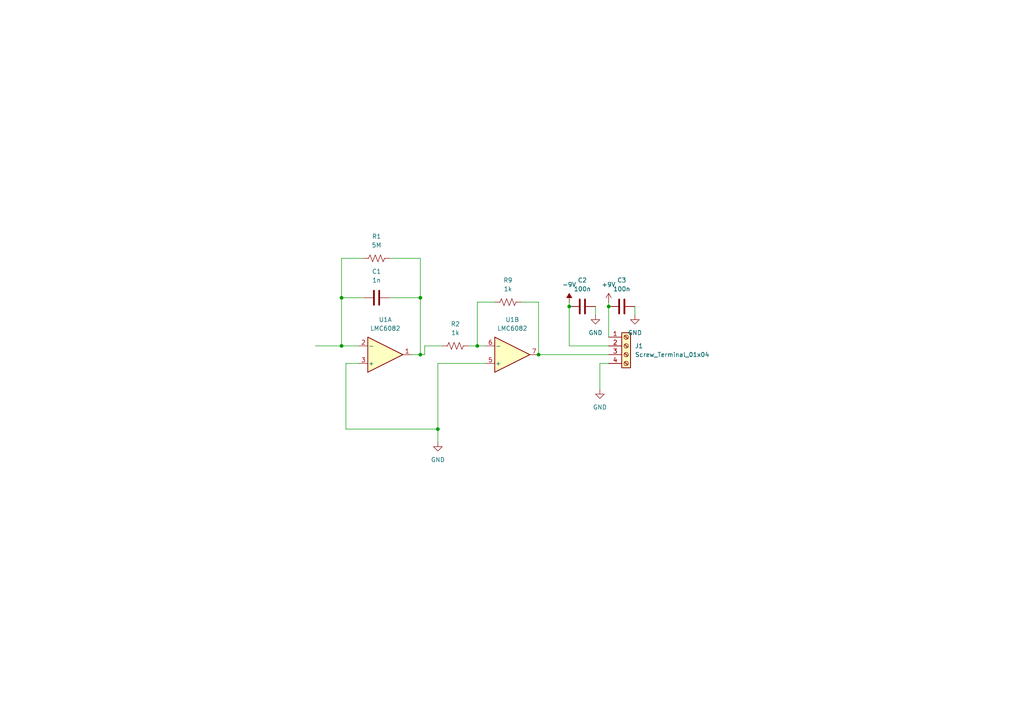
<source format=kicad_sch>
(kicad_sch (version 20250114) (generator "eeschema") (generator_version "9.0")
  (paper "A4")
  (lib_symbols
    (symbol "Amplifier_Operational:LMC6082" (pin_names (offset 0.127))
      (property "Reference" "U" (at 0 5.08 0))
      (property "Value" "LMC6082" (at 0 -5.08 0))
      (symbol "LMC6082_1_1"
        (polyline (pts (xy -5.08 5.08) (xy 5.08 0) (xy -5.08 -5.08) (xy -5.08 5.08)) (stroke (width 0.254)) (fill (type background)))
        (pin input line (at -7.62 2.54 0) (length 2.54) (name "+") (number "3"))
        (pin input line (at -7.62 -2.54 0) (length 2.54) (name "-") (number "2"))
        (pin output line (at 7.62 0 180) (length 2.54) (name "~") (number "1"))
      )
      (symbol "LMC6082_2_1"
        (polyline (pts (xy -5.08 5.08) (xy 5.08 0) (xy -5.08 -5.08) (xy -5.08 5.08)) (stroke (width 0.254)) (fill (type background)))
        (pin input line (at -7.62 2.54 0) (length 2.54) (name "+") (number "5"))
        (pin input line (at -7.62 -2.54 0) (length 2.54) (name "-") (number "6"))
        (pin output line (at 7.62 0 180) (length 2.54) (name "~") (number "7"))
      )
      (symbol "LMC6082_3_1"
        (pin power_in line (at -2.54 7.62 270) (length 3.81) (name "V+") (number "8"))
        (pin power_in line (at -2.54 -7.62 90) (length 3.81) (name "V-") (number "4"))
      )
    )
    (symbol "Connector:Screw_Terminal_01x04" (pin_names (offset 1.016) (hide yes))
      (property "Reference" "J" (at 0 5.08 0))
      (property "Value" "Screw_Terminal_01x04" (at 0 -7.62 0))
      (symbol "Screw_Terminal_01x04_1_1"
        (rectangle (start -1.27 3.81) (end 1.27 -6.35) (stroke (width 0.254)) (fill (type background)))
        (polyline (pts (xy -0.5334 2.8702) (xy 0.3302 2.032)) (stroke (width 0.1524)))
        (polyline (pts (xy -0.5334 0.3302) (xy 0.3302 -0.508)) (stroke (width 0.1524)))
        (polyline (pts (xy -0.5334 -2.2098) (xy 0.3302 -3.048)) (stroke (width 0.1524)))
        (polyline (pts (xy -0.5334 -4.7498) (xy 0.3302 -5.588)) (stroke (width 0.1524)))
        (polyline (pts (xy -0.3556 3.048) (xy 0.508 2.2098)) (stroke (width 0.1524)))
        (polyline (pts (xy -0.3556 0.508) (xy 0.508 -0.3302)) (stroke (width 0.1524)))
        (polyline (pts (xy -0.3556 -2.032) (xy 0.508 -2.8702)) (stroke (width 0.1524)))
        (polyline (pts (xy -0.3556 -4.572) (xy 0.508 -5.4102)) (stroke (width 0.1524)))
        (circle (center 0 2.54) (radius 0.635) (stroke (width 0.1524)))
        (circle (center 0 0) (radius 0.635) (stroke (width 0.1524)))
        (circle (center 0 -2.54) (radius 0.635) (stroke (width 0.1524)))
        (circle (center 0 -5.08) (radius 0.635) (stroke (width 0.1524)))
        (pin passive line (at -5.08 2.54 0) (length 3.81) (name "Pin_1") (number "1"))
        (pin passive line (at -5.08 0 0) (length 3.81) (name "Pin_2") (number "2"))
        (pin passive line (at -5.08 -2.54 0) (length 3.81) (name "Pin_3") (number "3"))
        (pin passive line (at -5.08 -5.08 0) (length 3.81) (name "Pin_4") (number "4"))
      )
    )
    (symbol "Device:C" (pin_numbers (hide yes)) (pin_names (offset 0.254))
      (property "Reference" "C" (at 0.635 2.54 0))
      (property "Value" "C" (at 0.635 -2.54 0))
      (symbol "C_0_1"
        (polyline (pts (xy -2.032 0.762) (xy 2.032 0.762)) (stroke (width 0.508)))
        (polyline (pts (xy -2.032 -0.762) (xy 2.032 -0.762)) (stroke (width 0.508)))
      )
      (symbol "C_1_1"
        (pin passive line (at 0 3.81 270) (length 2.794) (name "~") (number "1"))
        (pin passive line (at 0 -3.81 90) (length 2.794) (name "~") (number "2"))
      )
    )
    (symbol "Device:R_US" (pin_numbers (hide yes)) (pin_names (offset 0))
      (property "Reference" "R" (at 2.54 0 90))
      (property "Value" "R_US" (at -2.54 0 90))
      (symbol "R_US_0_1"
        (polyline (pts (xy 0 2.286) (xy 0 2.54)))
        (polyline (pts (xy 0 2.286) (xy 1.016 1.905) (xy 0 1.524) (xy -1.016 1.143) (xy 0 0.762)))
        (polyline (pts (xy 0 0.762) (xy 1.016 0.381) (xy 0 0) (xy -1.016 -0.381) (xy 0 -0.762)))
        (polyline (pts (xy 0 -0.762) (xy 1.016 -1.143) (xy 0 -1.524) (xy -1.016 -1.905) (xy 0 -2.286)))
        (polyline (pts (xy 0 -2.286) (xy 0 -2.54)))
      )
      (symbol "R_US_1_1"
        (pin passive line (at 0 3.81 270) (length 1.27) (name "~") (number "1"))
        (pin passive line (at 0 -3.81 90) (length 1.27) (name "~") (number "2"))
      )
    )
    (symbol "power:+9V" (power) (pin_numbers (hide yes)) (pin_names (offset 0) (hide yes))
      (property "Value" "+9V" (at 0 3.556 0))
      (symbol "+9V_0_1"
        (polyline (pts (xy -0.762 1.27) (xy 0 2.54)))
        (polyline (pts (xy 0 2.54) (xy 0.762 1.27)))
        (polyline (pts (xy 0 0) (xy 0 2.54)))
      )
      (symbol "+9V_1_1"
        (pin power_in line (at 0 0 90) (length 0) (name "~") (number "1"))
      )
    )
    (symbol "power:-9V" (power) (pin_numbers (hide yes)) (pin_names (offset 0) (hide yes))
      (property "Value" "-9V" (at 0 3.556 0))
      (symbol "-9V_0_1"
        (polyline (pts (xy 0 0) (xy 0 2.54)))
        (polyline (pts (xy 0.762 1.27) (xy -0.762 1.27) (xy 0 2.54) (xy 0.762 1.27)) (fill (type outline)))
      )
      (symbol "-9V_1_1"
        (pin power_in line (at 0 0 90) (length 0) (name "~") (number "1"))
      )
    )
    (symbol "power:GND" (power) (pin_names (offset 0))
      (property "Value" "GND" (at 0 -3.81 0))
      (symbol "GND_0_1"
        (polyline (pts (xy 0 0) (xy 0 -1.27) (xy 1.27 -1.27) (xy 0 -2.54) (xy -1.27 -1.27) (xy 0 -1.27)))
      )
      (symbol "GND_1_1"
        (pin power_in line (at 0 0 270) (length 0) (hide yes) (name "GND") (number "1"))
      )
    )
  )
  (junction (at 99.06 100.33))
  (junction (at 176.53 88.9))
  (junction (at 121.92 86.36))
  (junction (at 121.92 102.87))
  (junction (at 99.06 86.36))
  (junction (at 165.1 88.9))
  (junction (at 138.43 100.33))
  (junction (at 127 124.46))
  (junction (at 156.21 102.87))
  (wire (pts (xy 172.72 88.9) (xy 172.72 91.44)))
  (wire (pts (xy 135.89 100.33) (xy 138.43 100.33)))
  (wire (pts (xy 156.21 102.87) (xy 176.53 102.87)))
  (wire (pts (xy 165.1 87.63) (xy 165.1 88.9)))
  (wire (pts (xy 138.43 87.63) (xy 138.43 100.33)))
  (wire (pts (xy 176.53 100.33) (xy 165.1 100.33)))
  (wire (pts (xy 121.92 86.36) (xy 121.92 102.87)))
  (wire (pts (xy 100.33 124.46) (xy 127 124.46)))
  (wire (pts (xy 121.92 102.87) (xy 123.19 102.87)))
  (wire (pts (xy 151.13 87.63) (xy 156.21 87.63)))
  (wire (pts (xy 119.38 102.87) (xy 121.92 102.87)))
  (wire (pts (xy 123.19 100.33) (xy 123.19 102.87)))
  (wire (pts (xy 113.03 86.36) (xy 121.92 86.36)))
  (wire (pts (xy 99.06 100.33) (xy 104.14 100.33)))
  (wire (pts (xy 138.43 87.63) (xy 143.51 87.63)))
  (wire (pts (xy 127 124.46) (xy 127 128.27)))
  (wire (pts (xy 104.14 105.41) (xy 100.33 105.41)))
  (wire (pts (xy 113.03 74.93) (xy 121.92 74.93)))
  (wire (pts (xy 99.06 100.33) (xy 99.06 86.36)))
  (wire (pts (xy 140.97 105.41) (xy 127 105.41)))
  (wire (pts (xy 121.92 74.93) (xy 121.92 86.36)))
  (wire (pts (xy 176.53 105.41) (xy 173.99 105.41)))
  (wire (pts (xy 99.06 86.36) (xy 105.41 86.36)))
  (wire (pts (xy 127 105.41) (xy 127 124.46)))
  (wire (pts (xy 184.15 88.9) (xy 184.15 91.44)))
  (wire (pts (xy 156.21 102.87) (xy 156.21 87.63)))
  (wire (pts (xy 176.53 88.9) (xy 176.53 97.79)))
  (wire (pts (xy 99.06 86.36) (xy 99.06 74.93)))
  (wire (pts (xy 176.53 87.63) (xy 176.53 88.9)))
  (wire (pts (xy 165.1 88.9) (xy 165.1 100.33)))
  (wire (pts (xy 123.19 100.33) (xy 128.27 100.33)))
  (wire (pts (xy 91.44 100.33) (xy 99.06 100.33)))
  (wire (pts (xy 100.33 105.41) (xy 100.33 124.46)))
  (wire (pts (xy 138.43 100.33) (xy 140.97 100.33)))
  (wire (pts (xy 99.06 74.93) (xy 105.41 74.93)))
  (wire (pts (xy 173.99 105.41) (xy 173.99 113.03)))
  (symbol (lib_id "power:GND") (at 173.99 113.03 0) (unit 1)
    (property "Reference" "#PWR01" (effects (hide yes)))
    (property "Value" "GND" (at 173.99 118.11 0))
  )
  (symbol (lib_id "Device:C") (at 180.34 88.9 90) (unit 1)
    (property "Reference" "C3" (at 180.34 81.28 90))
    (property "Value" "100n" (at 180.34 83.82 90))
    (property "Footprint" "Capacitor_SMD:C_1206_3216Metric_Pad1.33x1.80mm_HandSolder" (effects (hide yes)))
  )
  (symbol (lib_id "power:+9V") (at 176.53 87.63 0) (unit 1)
    (property "Reference" "#PWR08" (effects (hide yes)))
    (property "Value" "+9V" (at 176.53 82.55 0))
    (property "Description" "Power symbol creates a global label with name \"+9V\"" (effects (hide yes)))
  )
  (symbol (lib_id "Device:R_US") (at 109.22 74.93 90) (unit 1)
    (property "Reference" "R1" (at 109.22 68.58 90))
    (property "Value" "5M" (at 109.22 71.12 90))
    (property "Footprint" "Resistor_THT:R_Axial_DIN0204_L3.6mm_D1.6mm_P2.54mm_Vertical" (effects (hide yes)))
  )
  (symbol (lib_id "Device:C") (at 168.91 88.9 90) (unit 1)
    (property "Reference" "C2" (at 168.91 81.28 90))
    (property "Value" "100n" (at 168.91 83.82 90))
    (property "Footprint" "Capacitor_SMD:C_1206_3216Metric_Pad1.33x1.80mm_HandSolder" (effects (hide yes)))
  )
  (symbol (lib_id "Amplifier_Operational:LMC6082") (at 111.76 102.87 0) (mirror x) (unit 1)
    (property "Reference" "U1" (at 111.76 92.71 0))
    (property "Value" "LMC6082" (at 111.76 95.25 0))
    (property "Footprint" "Package_DIP:DIP-8_W7.62mm" (effects (hide yes)))
    (property "Datasheet" "http://www.ti.com/lit/ds/symlink/lmc6082.pdf" (effects (hide yes)))
  )
  (symbol (lib_id "power:-9V") (at 165.1 87.63 0) (unit 1)
    (property "Reference" "#PWR09" (effects (hide yes)))
    (property "Value" "-9V" (at 165.1 82.55 0))
    (property "Description" "Power symbol creates a global label with name \"-9V\"" (effects (hide yes)))
  )
  (symbol (lib_id "Connector:Screw_Terminal_01x04") (at 181.61 100.33 0) (unit 1)
    (property "Reference" "J1" (at 184.15 100.3299 0) (effects (justify left)))
    (property "Value" "Screw_Terminal_01x04" (at 184.15 102.8699 0) (effects (justify left)))
    (property "Footprint" "TerminalBlock_Phoenix:TerminalBlock_Phoenix_MPT-0,5-4-2.54_1x04_P2.54mm_Horizontal" (effects (hide yes)))
  )
  (symbol (lib_id "Device:R_US") (at 132.08 100.33 90) (unit 1)
    (property "Reference" "R2" (at 132.08 93.98 90))
    (property "Value" "1k" (at 132.08 96.52 90))
    (property "Footprint" "Resistor_SMD:R_1206_3216Metric_Pad1.30x1.75mm_HandSolder" (effects (hide yes)))
  )
  (symbol (lib_id "Amplifier_Operational:LMC6082") (at 148.59 102.87 0) (mirror x) (unit 2)
    (property "Reference" "U1" (at 148.59 92.71 0))
    (property "Value" "LMC6082" (at 148.59 95.25 0))
    (property "Footprint" "Package_DIP:DIP-8_W7.62mm" (effects (hide yes)))
    (property "Datasheet" "http://www.ti.com/lit/ds/symlink/lmc6082.pdf" (effects (hide yes)))
  )
  (symbol (lib_id "Device:C") (at 109.22 86.36 90) (unit 1)
    (property "Reference" "C1" (at 109.22 78.74 90))
    (property "Value" "1n" (at 109.22 81.28 90))
    (property "Footprint" "Capacitor_THT:C_Disc_D3.0mm_W1.6mm_P2.50mm" (effects (hide yes)))
  )
  (symbol (lib_id "Device:R_US") (at 147.32 87.63 90) (unit 1)
    (property "Reference" "R9" (at 147.32 81.28 90))
    (property "Value" "1k" (at 147.32 83.82 90))
    (property "Footprint" "Resistor_SMD:R_1206_3216Metric_Pad1.30x1.75mm_HandSolder" (effects (hide yes)))
  )
  (symbol (lib_id "power:GND") (at 127 128.27 0) (unit 1)
    (property "Reference" "#PWR03" (effects (hide yes)))
    (property "Value" "GND" (at 127 133.35 0))
  )
  (symbol (lib_id "power:GND") (at 184.15 91.44 0) (unit 1)
    (property "Reference" "#PWR04" (effects (hide yes)))
    (property "Value" "GND" (at 184.15 96.52 0))
  )
  (symbol (lib_id "power:GND") (at 172.72 91.44 0) (unit 1)
    (property "Reference" "#PWR02" (effects (hide yes)))
    (property "Value" "GND" (at 172.72 96.52 0))
  )
)
</source>
